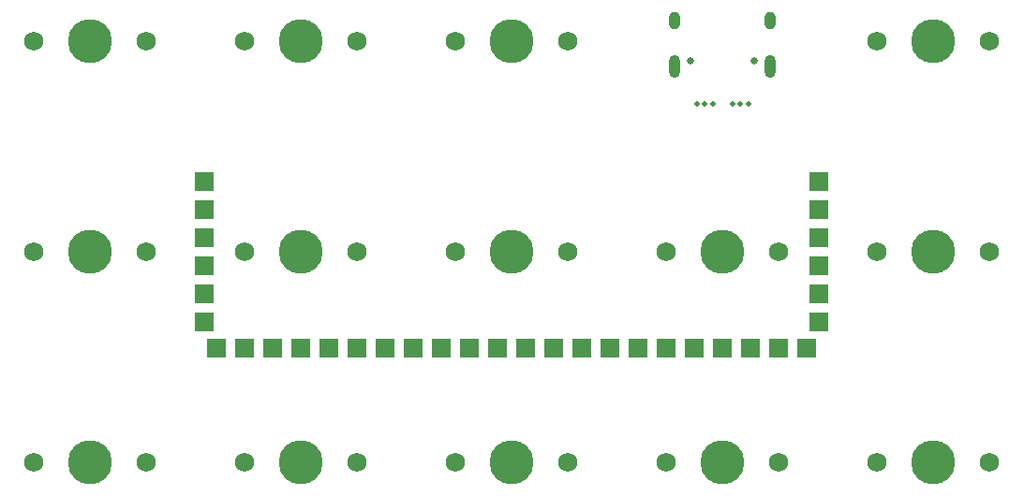
<source format=gbr>
%TF.GenerationSoftware,KiCad,Pcbnew,(6.0.10)*%
%TF.CreationDate,2023-03-18T11:22:51-05:00*%
%TF.ProjectId,Piggyback_2_0,50696767-7962-4616-936b-5f325f302e6b,rev?*%
%TF.SameCoordinates,Original*%
%TF.FileFunction,Soldermask,Top*%
%TF.FilePolarity,Negative*%
%FSLAX46Y46*%
G04 Gerber Fmt 4.6, Leading zero omitted, Abs format (unit mm)*
G04 Created by KiCad (PCBNEW (6.0.10)) date 2023-03-18 11:22:51*
%MOMM*%
%LPD*%
G01*
G04 APERTURE LIST*
%ADD10C,3.987800*%
%ADD11C,1.750000*%
%ADD12R,1.700000X1.700000*%
%ADD13C,0.500000*%
%ADD14C,0.650000*%
%ADD15O,1.000000X1.600000*%
%ADD16O,1.000000X2.100000*%
G04 APERTURE END LIST*
D10*
%TO.C,SW2*%
X89693750Y-68262500D03*
D11*
X84613750Y-68262500D03*
X94773750Y-68262500D03*
%TD*%
D10*
%TO.C,SW12*%
X89693750Y-106362500D03*
D11*
X94773750Y-106362500D03*
X84613750Y-106362500D03*
%TD*%
%TO.C,SW5*%
X141763750Y-68262500D03*
D10*
X146843750Y-68262500D03*
D11*
X151923750Y-68262500D03*
%TD*%
%TO.C,SW9*%
X122713750Y-87312500D03*
X132873750Y-87312500D03*
D10*
X127793750Y-87312500D03*
%TD*%
D11*
%TO.C,SW14*%
X122713750Y-106362500D03*
X132873750Y-106362500D03*
D10*
X127793750Y-106362500D03*
%TD*%
D12*
%TO.C,J1*%
X136525000Y-93662500D03*
X136525000Y-91122500D03*
X136525000Y-88582500D03*
X136525000Y-86042500D03*
X136525000Y-83502500D03*
X136525000Y-80962500D03*
%TD*%
D11*
%TO.C,SW15*%
X151923750Y-106362500D03*
D10*
X146843750Y-106362500D03*
D11*
X141763750Y-106362500D03*
%TD*%
%TO.C,SW7*%
X94773750Y-87312500D03*
X84613750Y-87312500D03*
D10*
X89693750Y-87312500D03*
%TD*%
D11*
%TO.C,SW10*%
X151923750Y-87312500D03*
D10*
X146843750Y-87312500D03*
D11*
X141763750Y-87312500D03*
%TD*%
D10*
%TO.C,SW11*%
X70643750Y-106362500D03*
D11*
X65563750Y-106362500D03*
X75723750Y-106362500D03*
%TD*%
%TO.C,SW3*%
X103663750Y-68262500D03*
D10*
X108743750Y-68262500D03*
D11*
X113823750Y-68262500D03*
%TD*%
%TO.C,SW1*%
X65563750Y-68262500D03*
X75723750Y-68262500D03*
D10*
X70643750Y-68262500D03*
%TD*%
%TO.C,SW8*%
X108743750Y-87312500D03*
D11*
X103663750Y-87312500D03*
X113823750Y-87312500D03*
%TD*%
D10*
%TO.C,SW6*%
X70643750Y-87312500D03*
D11*
X75723750Y-87312500D03*
X65563750Y-87312500D03*
%TD*%
%TO.C,SW13*%
X113823750Y-106362500D03*
D10*
X108743750Y-106362500D03*
D11*
X103663750Y-106362500D03*
%TD*%
D13*
%TO.C,REF\u002A\u002A*%
X126923750Y-73968750D03*
X129403750Y-73918750D03*
X126183750Y-73968750D03*
X128663750Y-73918750D03*
X130143750Y-73918750D03*
X125443750Y-73968750D03*
%TD*%
D12*
%TO.C,J5*%
X80962500Y-80962500D03*
X80962500Y-83502500D03*
X80962500Y-86042500D03*
X80962500Y-88582500D03*
X80962500Y-91122500D03*
X80962500Y-93662500D03*
%TD*%
%TO.C,J2*%
X82068750Y-96043750D03*
X84608750Y-96043750D03*
X87148750Y-96043750D03*
X89688750Y-96043750D03*
X92228750Y-96043750D03*
X94768750Y-96043750D03*
X97308750Y-96043750D03*
X99848750Y-96043750D03*
X102388750Y-96043750D03*
X104928750Y-96043750D03*
X107468750Y-96043750D03*
X110008750Y-96043750D03*
X112548750Y-96043750D03*
X115088750Y-96043750D03*
X117628750Y-96043750D03*
X120168750Y-96043750D03*
X122708750Y-96043750D03*
X125248750Y-96043750D03*
X127788750Y-96043750D03*
X130328750Y-96043750D03*
X132868750Y-96043750D03*
X135408750Y-96043750D03*
%TD*%
D14*
%TO.C,J3*%
X124903750Y-70068750D03*
X130683750Y-70068750D03*
D15*
X123473750Y-66418750D03*
D16*
X123473750Y-70598750D03*
D15*
X132113750Y-66418750D03*
D16*
X132113750Y-70598750D03*
%TD*%
M02*

</source>
